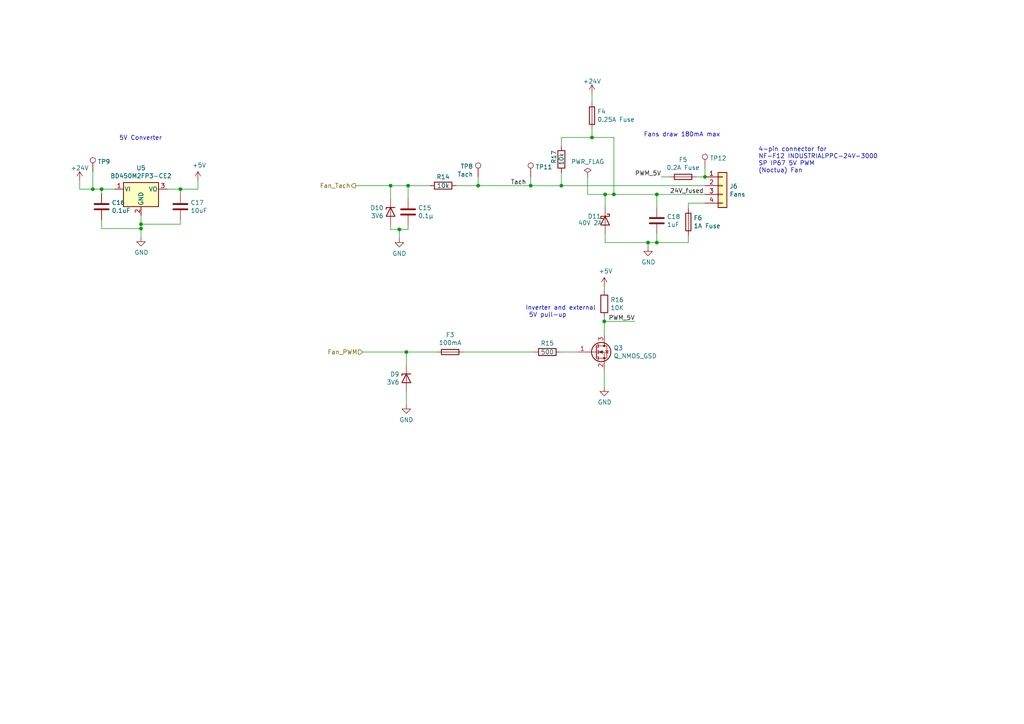
<source format=kicad_sch>
(kicad_sch (version 20230121) (generator eeschema)
  (paper "A4")
  (lib_symbols
    (symbol "Connector:TestPoint" (pin_numbers hide) (pin_names (offset 0.762) hide)
      (property "Reference" "TP" (at 0 6.858 0))
      (property "Value" "TestPoint" (at 0 5.08 0))
      (symbol "TestPoint_0_1"
        (circle (center 0 3.302) (radius 0.762))
      )
      (symbol "TestPoint_1_1"
        (pin passive line (at 0 0 90) (length 2.54) (name "1") (number "1"))
      )
    )
    (symbol "Connector_Generic:Conn_01x04" (pin_names (offset 1.016) hide)
      (property "Reference" "J" (at 0 5.08 0))
      (property "Value" "Conn_01x04" (at 0 -7.62 0))
      (symbol "Conn_01x04_1_1"
        (rectangle (start -1.27 -4.953) (end 0 -5.207) (stroke (width 0.1524)))
        (rectangle (start -1.27 -2.413) (end 0 -2.667) (stroke (width 0.1524)))
        (rectangle (start -1.27 0.127) (end 0 -0.127) (stroke (width 0.1524)))
        (rectangle (start -1.27 2.667) (end 0 2.413) (stroke (width 0.1524)))
        (rectangle (start -1.27 3.81) (end 1.27 -6.35) (stroke (width 0.254)) (fill (type background)))
        (pin passive line (at -5.08 2.54 0) (length 3.81) (name "Pin_1") (number "1"))
        (pin passive line (at -5.08 0 0) (length 3.81) (name "Pin_2") (number "2"))
        (pin passive line (at -5.08 -2.54 0) (length 3.81) (name "Pin_3") (number "3"))
        (pin passive line (at -5.08 -5.08 0) (length 3.81) (name "Pin_4") (number "4"))
      )
    )
    (symbol "Device:C" (pin_numbers hide) (pin_names (offset 0.254))
      (property "Reference" "C" (at 0.635 2.54 0))
      (property "Value" "C" (at 0.635 -2.54 0))
      (symbol "C_0_1"
        (polyline (pts (xy -2.032 -0.762) (xy 2.032 -0.762)) (stroke (width 0.508)))
        (polyline (pts (xy -2.032 0.762) (xy 2.032 0.762)) (stroke (width 0.508)))
      )
      (symbol "C_1_1"
        (pin passive line (at 0 3.81 270) (length 2.794) (name "~") (number "1"))
        (pin passive line (at 0 -3.81 90) (length 2.794) (name "~") (number "2"))
      )
    )
    (symbol "Device:D_Schottky" (pin_numbers hide) (pin_names (offset 1.016) hide)
      (property "Reference" "D" (at 0 2.54 0))
      (property "Value" "D_Schottky" (at 0 -2.54 0))
      (symbol "D_Schottky_0_1"
        (polyline (pts (xy 1.27 0) (xy -1.27 0)))
        (polyline (pts (xy 1.27 1.27) (xy 1.27 -1.27) (xy -1.27 0) (xy 1.27 1.27)) (stroke (width 0.254)))
        (polyline (pts (xy -1.905 0.635) (xy -1.905 1.27) (xy -1.27 1.27) (xy -1.27 -1.27) (xy -0.635 -1.27) (xy -0.635 -0.635)) (stroke (width 0.254)))
      )
      (symbol "D_Schottky_1_1"
        (pin passive line (at -3.81 0 0) (length 2.54) (name "K") (number "1"))
        (pin passive line (at 3.81 0 180) (length 2.54) (name "A") (number "2"))
      )
    )
    (symbol "Device:Fuse" (pin_numbers hide) (pin_names (offset 0))
      (property "Reference" "F" (at 2.032 0 90))
      (property "Value" "Fuse" (at -1.905 0 90))
      (symbol "Fuse_0_1"
        (rectangle (start -0.762 -2.54) (end 0.762 2.54) (stroke (width 0.254)))
        (polyline (pts (xy 0 2.54) (xy 0 -2.54)))
      )
      (symbol "Fuse_1_1"
        (pin passive line (at 0 3.81 270) (length 1.27) (name "~") (number "1"))
        (pin passive line (at 0 -3.81 90) (length 1.27) (name "~") (number "2"))
      )
    )
    (symbol "Device:Q_NMOS_GSD" (pin_names (offset 0) hide)
      (property "Reference" "Q" (at 5.08 1.27 0))
      (property "Value" "Q_NMOS_GSD" (at 5.08 -1.27 0))
      (symbol "Q_NMOS_GSD_0_1"
        (polyline (pts (xy 0.254 0) (xy -2.54 0)))
        (polyline (pts (xy 0.254 1.905) (xy 0.254 -1.905)) (stroke (width 0.254)))
        (polyline (pts (xy 0.762 -1.27) (xy 0.762 -2.286)) (stroke (width 0.254)))
        (polyline (pts (xy 0.762 0.508) (xy 0.762 -0.508)) (stroke (width 0.254)))
        (polyline (pts (xy 0.762 2.286) (xy 0.762 1.27)) (stroke (width 0.254)))
        (polyline (pts (xy 2.54 2.54) (xy 2.54 1.778)))
        (polyline (pts (xy 2.54 -2.54) (xy 2.54 0) (xy 0.762 0)))
        (polyline (pts (xy 0.762 -1.778) (xy 3.302 -1.778) (xy 3.302 1.778) (xy 0.762 1.778)))
        (polyline (pts (xy 1.016 0) (xy 2.032 0.381) (xy 2.032 -0.381) (xy 1.016 0)) (fill (type outline)))
        (polyline (pts (xy 2.794 0.508) (xy 2.921 0.381) (xy 3.683 0.381) (xy 3.81 0.254)))
        (polyline (pts (xy 3.302 0.381) (xy 2.921 -0.254) (xy 3.683 -0.254) (xy 3.302 0.381)))
        (circle (center 1.651 0) (radius 2.794) (stroke (width 0.254)))
        (circle (center 2.54 -1.778) (radius 0.254) (fill (type outline)))
        (circle (center 2.54 1.778) (radius 0.254) (fill (type outline)))
      )
      (symbol "Q_NMOS_GSD_1_1"
        (pin input line (at -5.08 0 0) (length 2.54) (name "G") (number "1"))
        (pin passive line (at 2.54 -5.08 90) (length 2.54) (name "S") (number "2"))
        (pin passive line (at 2.54 5.08 270) (length 2.54) (name "D") (number "3"))
      )
    )
    (symbol "Device:R" (pin_numbers hide) (pin_names (offset 0))
      (property "Reference" "R" (at 2.032 0 90))
      (property "Value" "R" (at 0 0 90))
      (symbol "R_0_1"
        (rectangle (start -1.016 -2.54) (end 1.016 2.54) (stroke (width 0.254)))
      )
      (symbol "R_1_1"
        (pin passive line (at 0 3.81 270) (length 1.27) (name "~") (number "1"))
        (pin passive line (at 0 -3.81 90) (length 1.27) (name "~") (number "2"))
      )
    )
    (symbol "Regulator_Linear:LT1129-3.3_SOT223" (pin_names (offset 0.254))
      (property "Reference" "U" (at -3.81 3.175 0))
      (property "Value" "LT1129-3.3_SOT223" (at 0 3.175 0))
      (symbol "LT1129-3.3_SOT223_0_1"
        (rectangle (start -5.08 -5.08) (end 5.08 1.905) (stroke (width 0.254)) (fill (type background)))
      )
      (symbol "LT1129-3.3_SOT223_1_1"
        (pin power_in line (at -7.62 0 0) (length 2.54) (name "VI") (number "1"))
        (pin power_in line (at 0 -7.62 90) (length 2.54) (name "GND") (number "2"))
        (pin power_out line (at 7.62 0 180) (length 2.54) (name "VO") (number "3"))
      )
    )
    (symbol "device:C" (pin_numbers hide) (pin_names (offset 0.254))
      (property "Reference" "C" (at 0.635 2.54 0))
      (property "Value" "C" (at 0.635 -2.54 0))
      (symbol "C_0_1"
        (polyline (pts (xy -2.032 -0.762) (xy 2.032 -0.762)) (stroke (width 0.508)))
        (polyline (pts (xy -2.032 0.762) (xy 2.032 0.762)) (stroke (width 0.508)))
      )
      (symbol "C_1_1"
        (pin passive line (at 0 3.81 270) (length 2.794) (name "~") (number "1"))
        (pin passive line (at 0 -3.81 90) (length 2.794) (name "~") (number "2"))
      )
    )
    (symbol "device:D_Zener" (pin_numbers hide) (pin_names (offset 1.016) hide)
      (property "Reference" "D" (at 0 2.54 0))
      (property "Value" "D_Zener" (at 0 -2.54 0))
      (symbol "D_Zener_0_1"
        (polyline (pts (xy 1.27 0) (xy -1.27 0)))
        (polyline (pts (xy -1.27 -1.27) (xy -1.27 1.27) (xy -0.762 1.27)) (stroke (width 0.254)))
        (polyline (pts (xy 1.27 -1.27) (xy 1.27 1.27) (xy -1.27 0) (xy 1.27 -1.27)) (stroke (width 0.254)))
      )
      (symbol "D_Zener_1_1"
        (pin passive line (at -3.81 0 0) (length 2.54) (name "K") (number "1"))
        (pin passive line (at 3.81 0 180) (length 2.54) (name "A") (number "2"))
      )
    )
    (symbol "device:Fuse" (pin_numbers hide) (pin_names (offset 0))
      (property "Reference" "F" (at 2.032 0 90))
      (property "Value" "Fuse" (at -1.905 0 90))
      (symbol "Fuse_0_1"
        (rectangle (start -0.762 -2.54) (end 0.762 2.54) (stroke (width 0.254)))
        (polyline (pts (xy 0 2.54) (xy 0 -2.54)))
      )
      (symbol "Fuse_1_1"
        (pin passive line (at 0 3.81 270) (length 1.27) (name "~") (number "1"))
        (pin passive line (at 0 -3.81 90) (length 1.27) (name "~") (number "2"))
      )
    )
    (symbol "device:R" (pin_numbers hide) (pin_names (offset 0))
      (property "Reference" "R" (at 2.032 0 90))
      (property "Value" "R" (at 0 0 90))
      (symbol "R_0_1"
        (rectangle (start -1.016 -2.54) (end 1.016 2.54) (stroke (width 0.254)))
      )
      (symbol "R_1_1"
        (pin passive line (at 0 3.81 270) (length 1.27) (name "~") (number "1"))
        (pin passive line (at 0 -3.81 90) (length 1.27) (name "~") (number "2"))
      )
    )
    (symbol "power:+24V" (power) (pin_names (offset 0))
      (property "Value" "+24V" (at 0 3.556 0))
      (symbol "+24V_0_1"
        (polyline (pts (xy -0.762 1.27) (xy 0 2.54)))
        (polyline (pts (xy 0 0) (xy 0 2.54)))
        (polyline (pts (xy 0 2.54) (xy 0.762 1.27)))
      )
      (symbol "+24V_1_1"
        (pin power_in line (at 0 0 90) (length 0) hide (name "+24V") (number "1"))
      )
    )
    (symbol "power:+5V" (power) (pin_names (offset 0))
      (property "Value" "+5V" (at 0 3.556 0))
      (symbol "+5V_0_1"
        (polyline (pts (xy -0.762 1.27) (xy 0 2.54)))
        (polyline (pts (xy 0 0) (xy 0 2.54)))
        (polyline (pts (xy 0 2.54) (xy 0.762 1.27)))
      )
      (symbol "+5V_1_1"
        (pin power_in line (at 0 0 90) (length 0) hide (name "+5V") (number "1"))
      )
    )
    (symbol "power:GND" (power) (pin_names (offset 0))
      (property "Value" "GND" (at 0 -3.81 0))
      (symbol "GND_0_1"
        (polyline (pts (xy 0 0) (xy 0 -1.27) (xy 1.27 -1.27) (xy 0 -2.54) (xy -1.27 -1.27) (xy 0 -1.27)))
      )
      (symbol "GND_1_1"
        (pin power_in line (at 0 0 270) (length 0) hide (name "GND") (number "1"))
      )
    )
    (symbol "power:PWR_FLAG" (power) (pin_numbers hide) (pin_names (offset 0) hide)
      (property "Value" "PWR_FLAG" (at 0 3.81 0))
      (symbol "PWR_FLAG_0_0"
        (pin power_out line (at 0 0 90) (length 0) (name "pwr") (number "1"))
      )
      (symbol "PWR_FLAG_0_1"
        (polyline (pts (xy 0 0) (xy 0 1.27) (xy -1.016 1.905) (xy 0 2.54) (xy 1.016 1.905) (xy 0 1.27)))
      )
    )
  )
  (junction (at 187.96 70.358))
  (junction (at 118.364 53.848))
  (junction (at 29.464 54.864))
  (junction (at 178.054 56.388))
  (junction (at 171.704 39.878))
  (junction (at 52.324 54.864))
  (junction (at 175.26 93.218))
  (junction (at 138.684 53.848))
  (junction (at 162.814 53.848))
  (junction (at 190.5 70.358))
  (junction (at 26.924 54.864))
  (junction (at 115.824 66.548))
  (junction (at 190.5 56.388))
  (junction (at 40.894 65.024))
  (junction (at 117.856 102.108))
  (junction (at 113.284 53.848))
  (junction (at 153.924 53.848))
  (junction (at 40.894 66.294))
  (junction (at 204.47 51.308))
  (junction (at 175.514 56.388))
  (wire (pts (xy 175.514 60.198) (xy 175.514 56.388)))
  (wire (pts (xy 190.5 60.198) (xy 190.5 56.388)))
  (wire (pts (xy 40.894 62.484) (xy 40.894 65.024)))
  (wire (pts (xy 118.364 65.278) (xy 118.364 66.548)))
  (wire (pts (xy 126.746 102.108) (xy 117.856 102.108)))
  (wire (pts (xy 118.364 66.548) (xy 115.824 66.548)))
  (wire (pts (xy 134.366 102.108) (xy 154.94 102.108)))
  (wire (pts (xy 187.96 70.358) (xy 187.96 71.628)))
  (wire (pts (xy 190.5 67.818) (xy 190.5 70.358)))
  (wire (pts (xy 117.856 102.108) (xy 117.856 105.918)))
  (wire (pts (xy 191.77 51.308) (xy 194.31 51.308)))
  (wire (pts (xy 171.704 37.338) (xy 171.704 39.878)))
  (wire (pts (xy 171.704 39.878) (xy 178.054 39.878)))
  (wire (pts (xy 29.464 66.294) (xy 40.894 66.294)))
  (wire (pts (xy 29.464 54.864) (xy 33.274 54.864)))
  (wire (pts (xy 40.894 66.294) (xy 40.894 68.834)))
  (wire (pts (xy 113.284 53.848) (xy 103.124 53.848)))
  (wire (pts (xy 26.924 49.784) (xy 26.924 54.864)))
  (wire (pts (xy 175.514 70.358) (xy 187.96 70.358)))
  (wire (pts (xy 117.856 102.108) (xy 105.156 102.108)))
  (wire (pts (xy 162.814 53.848) (xy 204.47 53.848)))
  (wire (pts (xy 23.114 54.864) (xy 26.924 54.864)))
  (wire (pts (xy 175.26 93.218) (xy 175.26 97.028)))
  (wire (pts (xy 175.514 67.818) (xy 175.514 70.358)))
  (wire (pts (xy 118.364 53.848) (xy 113.284 53.848)))
  (wire (pts (xy 113.284 65.278) (xy 113.284 66.548)))
  (wire (pts (xy 187.96 70.358) (xy 190.5 70.358)))
  (wire (pts (xy 138.684 51.308) (xy 138.684 53.848)))
  (wire (pts (xy 153.924 51.308) (xy 153.924 53.848)))
  (wire (pts (xy 190.5 70.358) (xy 199.644 70.358)))
  (wire (pts (xy 175.26 91.948) (xy 175.26 93.218)))
  (wire (pts (xy 171.704 27.178) (xy 171.704 29.718)))
  (wire (pts (xy 162.814 39.878) (xy 162.814 42.418)))
  (wire (pts (xy 124.714 53.848) (xy 118.364 53.848)))
  (wire (pts (xy 204.47 48.768) (xy 204.47 51.308)))
  (wire (pts (xy 199.644 58.928) (xy 199.644 60.579)))
  (wire (pts (xy 52.324 65.024) (xy 40.894 65.024)))
  (wire (pts (xy 57.404 52.324) (xy 57.404 54.864)))
  (wire (pts (xy 117.856 113.538) (xy 117.856 117.348)))
  (wire (pts (xy 199.644 68.199) (xy 199.644 70.358)))
  (wire (pts (xy 48.514 54.864) (xy 52.324 54.864)))
  (wire (pts (xy 118.364 53.848) (xy 118.364 57.658)))
  (wire (pts (xy 138.684 53.848) (xy 132.334 53.848)))
  (wire (pts (xy 115.824 66.548) (xy 113.284 66.548)))
  (wire (pts (xy 178.054 56.388) (xy 190.5 56.388)))
  (wire (pts (xy 23.114 52.324) (xy 23.114 54.864)))
  (wire (pts (xy 26.924 54.864) (xy 29.464 54.864)))
  (wire (pts (xy 115.824 69.088) (xy 115.824 66.548)))
  (wire (pts (xy 171.704 39.878) (xy 162.814 39.878)))
  (wire (pts (xy 204.47 58.928) (xy 199.644 58.928)))
  (wire (pts (xy 29.464 63.754) (xy 29.464 66.294)))
  (wire (pts (xy 175.26 83.058) (xy 175.26 84.328)))
  (wire (pts (xy 175.26 93.218) (xy 184.15 93.218)))
  (wire (pts (xy 170.434 56.388) (xy 175.514 56.388)))
  (wire (pts (xy 162.56 102.108) (xy 167.64 102.108)))
  (wire (pts (xy 190.5 56.388) (xy 204.47 56.388)))
  (wire (pts (xy 40.894 65.024) (xy 40.894 66.294)))
  (wire (pts (xy 201.93 51.308) (xy 204.47 51.308)))
  (wire (pts (xy 113.284 53.848) (xy 113.284 57.658)))
  (wire (pts (xy 153.924 53.848) (xy 162.814 53.848)))
  (wire (pts (xy 52.324 63.754) (xy 52.324 65.024)))
  (wire (pts (xy 170.434 51.308) (xy 170.434 56.388)))
  (wire (pts (xy 175.514 56.388) (xy 178.054 56.388)))
  (wire (pts (xy 138.684 53.848) (xy 153.924 53.848)))
  (wire (pts (xy 29.464 54.864) (xy 29.464 56.134)))
  (wire (pts (xy 52.324 54.864) (xy 52.324 56.134)))
  (wire (pts (xy 162.814 50.038) (xy 162.814 53.848)))
  (wire (pts (xy 178.054 39.878) (xy 178.054 56.388)))
  (wire (pts (xy 175.26 112.268) (xy 175.26 107.188)))
  (wire (pts (xy 57.404 54.864) (xy 52.324 54.864)))
  (text "5V Converter" (at 34.544 40.894 0) (effects (font (size 1.27 1.27)) (justify left bottom)))
  (text "4-pin connector for \nNF-F12 INDUSTRIALPPC-24V-3000\nSP IP67 5V PWM \n(Noctua) Fan" (at 219.964 50.292 0) (effects (font (size 1.27 1.27)) (justify left bottom)))
  (text "Inverter and external\n 5V pull-up" (at 152.4 92.202 0) (effects (font (size 1.27 1.27)) (justify left bottom)))
  (text "Fans draw 180mA max" (at 186.69 39.878 0) (effects (font (size 1.27 1.27)) (justify left bottom)))
  (label "24V_fused" (at 194.31 56.388 0))
  (label "PWM_5V" (at 191.77 51.308 180))
  (label "Tach" (at 152.654 53.848 180))
  (label "PWM_5V" (at 184.15 93.218 180))
  (hierarchical_label "Fan_PWM" (shape input) (at 105.156 102.108 180))
  (hierarchical_label "Fan_Tach" (shape output) (at 103.124 53.848 180))
  (symbol (lib_id "Connector:TestPoint") (at 138.684 51.308 0) (mirror y) (unit 1)
    (property "Reference" "TP8" (at 137.2108 48.26 0) (effects (justify left)))
    (property "Value" "Tach" (at 137.2108 50.5714 0) (effects (justify left)))
    (property "Footprint" "TestPoint:TestPoint_THTPad_D1.0mm_Drill0.5mm" (effects hide))
    (property "DNP" "DNP" (effects hide))
    (instances (project "LogicBoard_v1" (path "" (reference "TP8") (unit 1))) (project "BMS_v10.0" (path "" (reference "TP601") (unit 1))))
  )
  (symbol (lib_id "Device:Fuse") (at 198.12 51.308 270) (unit 1)
    (property "Reference" "F5" (at 198.12 46.3042 90))
    (property "Value" "0.2A Fuse" (at 198.12 48.6156 90))
    (property "Footprint" "Fuse:Fuse_1206_3216Metric_Pad1.42x1.75mm_HandSolder" (effects hide))
    (property "MPN" "FUSE BOARD MNT 0.2A 32VDC 1206" (effects hide))
    (instances (project "LogicBoard_v1" (path "" (reference "F5") (unit 1))) (project "FansBoard_v3.1" (path "" (reference "F2") (unit 1)) (path "" (reference "F5") (unit 1)) (path "" (reference "F8") (unit 1))))
  )
  (symbol (lib_id "Device:C") (at 52.324 59.944 0) (unit 1)
    (property "Reference" "C17" (at 55.245 58.7756 0) (effects (justify left)))
    (property "Value" "10uF" (at 55.245 61.087 0) (effects (justify left)))
    (property "Footprint" "Capacitor_SMD:C_0603_1608Metric_Pad1.08x0.95mm_HandSolder" (effects hide))
    (property "MPN" "CAP CER 10uF 10V X5R 0603" (effects hide))
    (instances (project "LogicBoard_v1" (path "" (reference "C17") (unit 1))) (project "FansBoard_v3.1" (path "" (reference "C3") (unit 1))))
  )
  (symbol (lib_id "Device:R") (at 162.814 46.228 0) (unit 1)
    (property "Reference" "R17" (at 160.655 47.498 90) (effects (justify left)))
    (property "Value" "10k" (at 162.814 48.006 90) (effects (justify left)))
    (property "Footprint" "Resistor_SMD:R_0603_1608Metric_Pad0.98x0.95mm_HandSolder" (effects hide))
    (property "MPN" "RES SMD 10K OHM 5% 1/10W 0603" (effects hide))
    (instances (project "LogicBoard_v1" (path "" (reference "R17") (unit 1))) (project "FansBoard_v3.1" (path "" (reference "R4") (unit 1)) (path "" (reference "R5") (unit 1)) (path "" (reference "R6") (unit 1))))
  )
  (symbol (lib_id "device:D_Zener") (at 117.856 109.728 90) (mirror x) (unit 1)
    (property "Reference" "D9" (at 115.8494 108.5596 90) (effects (justify left)))
    (property "Value" "3V6" (at 115.8494 110.871 90) (effects (justify left)))
    (property "Footprint" "Diode_SMD:D_SOD-123F" (effects hide))
    (property "MPN" "NZH3V6B" (effects hide))
    (property "Note" "3V6 @ 20mA" (effects hide))
    (instances (project "LogicBoard_v1" (path "" (reference "D9") (unit 1))) (project "BMS_v10.0" (path "" (reference "D605") (unit 1))))
  )
  (symbol (lib_id "Device:D_Schottky") (at 175.514 64.008 270) (unit 1)
    (property "Reference" "D11" (at 170.434 62.738 90) (effects (justify left)))
    (property "Value" "40V 2A" (at 167.64 64.643 90) (effects (justify left)))
    (property "Footprint" "Diode_SMD:D_1206_3216Metric_Pad1.42x1.75mm_HandSolder" (effects hide))
    (property "Datasheet" "https://www.mouser.com/datasheet/2/40/schottky-776407.pdf" (effects hide))
    (property "MPN" "SD1206T040S2R0" (effects hide))
    (instances (project "LogicBoard_v1" (path "" (reference "D11") (unit 1))) (project "FansBoard_v3.1" (path "" (reference "D2") (unit 1)) (path "" (reference "D3") (unit 1)) (path "" (reference "D4") (unit 1))))
  )
  (symbol (lib_id "Device:Fuse") (at 171.704 33.528 0) (unit 1)
    (property "Reference" "F4" (at 173.228 32.3596 0) (effects (justify left)))
    (property "Value" "0.25A Fuse" (at 173.228 34.671 0) (effects (justify left)))
    (property "Footprint" "Fuse:Fuse_1206_3216Metric_Pad1.42x1.75mm_HandSolder" (effects hide))
    (property "MPN" "FUSE BOARD MNT 0.25A 32VDC 1206" (effects hide))
    (instances (project "LogicBoard_v1" (path "" (reference "F4") (unit 1))) (project "FansBoard_v3.1" (path "" (reference "F1") (unit 1)) (path "" (reference "F4") (unit 1)) (path "" (reference "F7") (unit 1))))
  )
  (symbol (lib_id "Connector:TestPoint") (at 26.924 49.784 0) (unit 1)
    (property "Reference" "TP9" (at 28.321 46.9158 0) (effects (justify left)))
    (property "Value" "Test Point" (effects hide))
    (property "Footprint" "TestPoint:TestPoint_Pad_1.0x1.0mm" (effects hide))
    (instances (project "LogicBoard_v1" (path "" (reference "TP9") (unit 1))) (project "FansBoard_v3.1" (path "" (reference "TP1") (unit 1))))
  )
  (symbol (lib_id "Connector:TestPoint") (at 153.924 51.308 0) (unit 1)
    (property "Reference" "TP11" (at 155.321 48.4398 0) (effects (justify left)))
    (property "Value" "TestPoint" (effects hide))
    (property "Footprint" "TestPoint:TestPoint_Pad_1.0x1.0mm" (effects hide))
    (instances (project "LogicBoard_v1" (path "" (reference "TP11") (unit 1))) (project "FansBoard_v3.1" (path "" (reference "TP3") (unit 1)) (path "" (reference "TP4") (unit 1)) (path "" (reference "TP7") (unit 1))))
  )
  (symbol (lib_id "Device:Q_NMOS_GSD") (at 172.72 102.108 0) (unit 1)
    (property "Reference" "Q3" (at 177.9524 100.9396 0) (effects (justify left)))
    (property "Value" "Q_NMOS_GSD" (at 177.9524 103.251 0) (effects (justify left)))
    (property "Footprint" "Package_TO_SOT_SMD:SOT-23_Handsoldering" (effects hide))
    (property "Datasheet" "https://media.digikey.com/pdf/Data%20Sheets/ON%20Semiconductor%20PDFs/BSS123L_Oct2014.pdf" (effects hide))
    (property "MPN" "BSS123L" (effects hide))
    (instances (project "LogicBoard_v1" (path "" (reference "Q3") (unit 1))) (project "FansBoard_v3.1" (path "" (reference "Q1") (unit 1))))
  )
  (symbol (lib_id "power:PWR_FLAG") (at 170.434 51.308 0) (unit 1)
    (property "Reference" "#FLG03" (effects hide))
    (property "Value" "PWR_FLAG" (at 170.434 46.9138 0))
    (instances (project "LogicBoard_v1" (path "" (reference "#FLG03") (unit 1))) (project "FansBoard_v3.1" (path "" (reference "#FLG03") (unit 1)) (path "" (reference "#FLG0101") (unit 1)) (path "" (reference "#FLG0102") (unit 1))))
  )
  (symbol (lib_id "Connector_Generic:Conn_01x04") (at 209.55 53.848 0) (unit 1)
    (property "Reference" "J6" (at 211.582 54.0512 0) (effects (justify left)))
    (property "Value" "Fans" (at 211.582 56.3626 0) (effects (justify left)))
    (property "Footprint" "Connector_Molex:Molex_KK-254_AE-6410-04A_1x04_P2.54mm_Vertical" (effects hide))
    (property "Datasheet" "https://www.molex.com/webdocs/datasheets/pdf/en-us/0436500400_PCB_HEADERS.pdf" (effects hide))
    (property "MPN" "SCT2541" (effects hide))
    (instances (project "LogicBoard_v1" (path "" (reference "J6") (unit 1))) (project "FansBoard_v3.1" (path "" (reference "J2") (unit 1)) (path "" (reference "J3") (unit 1)) (path "" (reference "J4") (unit 1))))
  )
  (symbol (lib_id "power:+5V") (at 57.404 52.324 0) (unit 1)
    (property "Reference" "#PWR018" (effects hide))
    (property "Value" "+5V" (at 57.785 47.9298 0))
    (instances (project "LogicBoard_v1" (path "" (reference "#PWR018") (unit 1))) (project "FansBoard_v3.1" (path "" (reference "#PWR05") (unit 1))))
  )
  (symbol (lib_id "power:GND") (at 40.894 68.834 0) (unit 1)
    (property "Reference" "#PWR017" (effects hide))
    (property "Value" "GND" (at 41.021 73.2282 0))
    (instances (project "LogicBoard_v1" (path "" (reference "#PWR017") (unit 1))) (project "FansBoard_v3.1" (path "" (reference "#PWR04") (unit 1))))
  )
  (symbol (lib_id "Device:Fuse") (at 199.644 64.389 0) (unit 1)
    (property "Reference" "F6" (at 201.168 63.2206 0) (effects (justify left)))
    (property "Value" "1A Fuse" (at 201.168 65.532 0) (effects (justify left)))
    (property "Footprint" "Fuse:Fuse_1206_3216Metric_Pad1.42x1.75mm_HandSolder" (effects hide))
    (property "MPN" "FUSE BOARD MNT 1A 32VDC 1206" (effects hide))
    (instances (project "LogicBoard_v1" (path "" (reference "F6") (unit 1))) (project "FansBoard_v3.1" (path "" (reference "F3") (unit 1)) (path "" (reference "F6") (unit 1)) (path "" (reference "F9") (unit 1))))
  )
  (symbol (lib_id "device:C") (at 118.364 61.468 180) (unit 1)
    (property "Reference" "C15" (at 121.2596 60.2996 0) (effects (justify right)))
    (property "Value" "0.1µ" (at 121.2596 62.611 0) (effects (justify right)))
    (property "Footprint" "Capacitor_SMD:C_0603_1608Metric_Pad1.08x0.95mm_HandSolder" (effects hide))
    (property "Note" "10V X5R 0603" (effects hide))
    (property "MPN" "CAP CER 0.1UF 10V X5R 0603" (effects hide))
    (instances (project "LogicBoard_v1" (path "" (reference "C15") (unit 1))) (project "BMS_v10.0" (path "" (reference "C601") (unit 1))))
  )
  (symbol (lib_id "power:+24V") (at 171.704 27.178 0) (unit 1)
    (property "Reference" "#PWR021" (effects hide))
    (property "Value" "+24V" (at 171.704 23.6022 0))
    (instances (project "LogicBoard_v1" (path "" (reference "#PWR021") (unit 1))) (project "FansBoard_v3.1" (path "" (reference "#PWR0101") (unit 1)) (path "" (reference "#PWR0103") (unit 1)) (path "" (reference "#PWR0105") (unit 1))))
  )
  (symbol (lib_id "Device:C") (at 29.464 59.944 0) (unit 1)
    (property "Reference" "C16" (at 32.385 58.7756 0) (effects (justify left)))
    (property "Value" "0.1uF" (at 32.385 61.087 0) (effects (justify left)))
    (property "Footprint" "Capacitor_SMD:C_0603_1608Metric_Pad1.08x0.95mm_HandSolder" (effects hide))
    (property "MPN" "CAP CER 0.1uF 50V X5R 0603" (effects hide))
    (instances (project "LogicBoard_v1" (path "" (reference "C16") (unit 1))) (project "FansBoard_v3.1" (path "" (reference "C1") (unit 1))))
  )
  (symbol (lib_id "device:R") (at 128.524 53.848 90) (mirror x) (unit 1)
    (property "Reference" "R14" (at 128.524 51.308 90))
    (property "Value" "10k" (at 128.524 53.848 90))
    (property "Footprint" "Resistor_SMD:R_0603_1608Metric_Pad0.98x0.95mm_HandSolder" (effects hide))
    (property "Note" "0.1W 5% 0603" (effects hide))
    (property "MPN" "RES SMD 10K OHM 5% 1/10W 0603 " (effects hide))
    (instances (project "LogicBoard_v1" (path "" (reference "R14") (unit 1))) (project "BMS_v10.0" (path "" (reference "R601") (unit 1))))
  )
  (symbol (lib_id "Device:R") (at 175.26 88.138 0) (unit 1)
    (property "Reference" "R16" (at 177.038 86.9696 0) (effects (justify left)))
    (property "Value" "10K" (at 177.038 89.281 0) (effects (justify left)))
    (property "Footprint" "Resistor_SMD:R_0603_1608Metric_Pad0.98x0.95mm_HandSolder" (effects hide))
    (property "MPN" "RES SMD 10k OHM 5% 1/10W 0603" (effects hide))
    (instances (project "LogicBoard_v1" (path "" (reference "R16") (unit 1))) (project "FansBoard_v3.1" (path "" (reference "R3") (unit 1))))
  )
  (symbol (lib_id "Connector:TestPoint") (at 204.47 48.768 0) (unit 1)
    (property "Reference" "TP12" (at 205.867 45.8998 0) (effects (justify left)))
    (property "Value" "TestPoint" (effects hide))
    (property "Footprint" "TestPoint:TestPoint_Pad_1.0x1.0mm" (effects hide))
    (instances (project "LogicBoard_v1" (path "" (reference "TP12") (unit 1))) (project "FansBoard_v3.1" (path "" (reference "TP6") (unit 1)) (path "" (reference "TP5") (unit 1)) (path "" (reference "TP8") (unit 1))))
  )
  (symbol (lib_id "Regulator_Linear:LT1129-3.3_SOT223") (at 40.894 54.864 0) (unit 1)
    (property "Reference" "U5" (at 40.894 48.7172 0))
    (property "Value" "BD450M2FP3-CE2" (at 40.894 51.0286 0))
    (property "Footprint" "Package_TO_SOT_SMD:SOT-223-3_TabPin2" (effects hide))
    (property "Datasheet" "https://www.analog.com/media/en/technical-documentation/data-sheets/112935ff.pdf" (effects hide))
    (property "MPN" "BD450M2FP3-CE2" (effects hide))
    (instances (project "LogicBoard_v1" (path "" (reference "U5") (unit 1))) (project "FansBoard_v3.1" (path "" (reference "U1") (unit 1))))
  )
  (symbol (lib_id "power:GND") (at 117.856 117.348 0) (unit 1)
    (property "Reference" "#PWR014" (effects hide))
    (property "Value" "GND" (at 117.856 121.7914 0))
    (instances (project "LogicBoard_v1" (path "" (reference "#PWR014") (unit 1))) (project "BMS_v10.0" (path "" (reference "#PWR0186") (unit 1))))
  )
  (symbol (lib_id "power:+5V") (at 175.26 83.058 0) (unit 1)
    (property "Reference" "#PWR019" (effects hide))
    (property "Value" "+5V" (at 175.641 78.6638 0))
    (instances (project "LogicBoard_v1" (path "" (reference "#PWR019") (unit 1))) (project "FansBoard_v3.1" (path "" (reference "#PWR08") (unit 1))))
  )
  (symbol (lib_id "power:GND") (at 115.824 69.088 0) (unit 1)
    (property "Reference" "#PWR015" (effects hide))
    (property "Value" "GND" (at 115.824 73.5314 0))
    (instances (project "LogicBoard_v1" (path "" (reference "#PWR015") (unit 1))) (project "BMS_v10.0" (path "" (reference "#PWR0190") (unit 1))))
  )
  (symbol (lib_id "device:Fuse") (at 130.556 102.108 270) (unit 1)
    (property "Reference" "F3" (at 130.556 97.1042 90))
    (property "Value" "100mA" (at 130.556 99.4156 90))
    (property "Footprint" "Fuse:Fuse_2512_6332Metric" (effects hide))
    (property "Datasheet" "https://www.mouser.com/datasheet/2/240/Littelfuse_Fuse_451_453_Datasheet.pdf-468354.pdf" (effects hide))
    (property "MPN" "0451.100MRL" (effects hide))
    (property "Note" "100mA 50A@125V interrupt" (effects hide))
    (instances (project "LogicBoard_v1" (path "" (reference "F3") (unit 1))) (project "BMS_v10.0" (path "" (reference "F602") (unit 1))))
  )
  (symbol (lib_id "Device:C") (at 190.5 64.008 0) (unit 1)
    (property "Reference" "C18" (at 193.421 62.8396 0) (effects (justify left)))
    (property "Value" "1uF" (at 193.421 65.151 0) (effects (justify left)))
    (property "Footprint" "Capacitor_SMD:C_0603_1608Metric_Pad1.08x0.95mm_HandSolder" (effects hide))
    (property "MPN" "CAP CER 1UF 50V X5R 0603" (effects hide))
    (instances (project "LogicBoard_v1" (path "" (reference "C18") (unit 1))) (project "FansBoard_v3.1" (path "" (reference "C4") (unit 1)) (path "" (reference "C5") (unit 1)) (path "" (reference "C6") (unit 1))))
  )
  (symbol (lib_id "power:GND") (at 175.26 112.268 0) (unit 1)
    (property "Reference" "#PWR020" (effects hide))
    (property "Value" "GND" (at 175.387 116.6622 0))
    (instances (project "LogicBoard_v1" (path "" (reference "#PWR020") (unit 1))) (project "FansBoard_v3.1" (path "" (reference "#PWR09") (unit 1))))
  )
  (symbol (lib_id "power:+24V") (at 23.114 52.324 0) (unit 1)
    (property "Reference" "#PWR016" (effects hide))
    (property "Value" "+24V" (at 23.114 48.7482 0))
    (instances (project "LogicBoard_v1" (path "" (reference "#PWR016") (unit 1))) (project "FansBoard_v3.1" (path "" (reference "#PWR01") (unit 1))))
  )
  (symbol (lib_id "Device:R") (at 158.75 102.108 270) (unit 1)
    (property "Reference" "R15" (at 158.75 99.568 90))
    (property "Value" "500" (at 158.75 102.108 90))
    (property "Footprint" "Resistor_SMD:R_0603_1608Metric_Pad0.98x0.95mm_HandSolder" (effects hide))
    (property "MPN" "RES SMD 500 OHM 5% 1/10W 0603" (effects hide))
    (instances (project "LogicBoard_v1" (path "" (reference "R15") (unit 1))) (project "FansBoard_v3.1" (path "" (reference "R2") (unit 1))))
  )
  (symbol (lib_id "device:D_Zener") (at 113.284 61.468 90) (mirror x) (unit 1)
    (property "Reference" "D10" (at 111.2774 60.2996 90) (effects (justify left)))
    (property "Value" "3V6" (at 111.2774 62.611 90) (effects (justify left)))
    (property "Footprint" "Diode_SMD:D_SOD-123F" (effects hide))
    (property "MPN" "NZH3V6B" (effects hide))
    (property "Note" "3V6 @ 20mA" (effects hide))
    (instances (project "LogicBoard_v1" (path "" (reference "D10") (unit 1))) (project "BMS_v10.0" (path "" (reference "D601") (unit 1))))
  )
  (symbol (lib_id "power:GND") (at 187.96 71.628 0) (unit 1)
    (property "Reference" "#PWR022" (effects hide))
    (property "Value" "GND" (at 188.087 76.0222 0))
    (instances (project "LogicBoard_v1" (path "" (reference "#PWR022") (unit 1))) (project "FansBoard_v3.1" (path "" (reference "#PWR0102") (unit 1)) (path "" (reference "#PWR0104") (unit 1)) (path "" (reference "#PWR0106") (unit 1))))
  )
)
</source>
